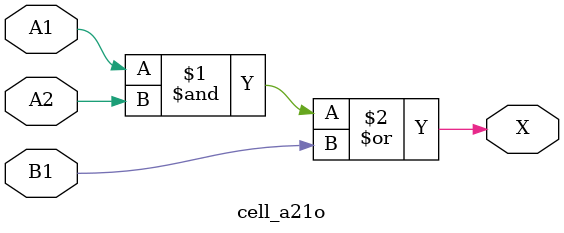
<source format=v>
`timescale 1ps/1ps
module cell_a21o
(
    input wire A1,
    input wire A2,
    input wire B1,
    output wire X
);
    assign X = ((A1 & A2) | B1);
endmodule

</source>
